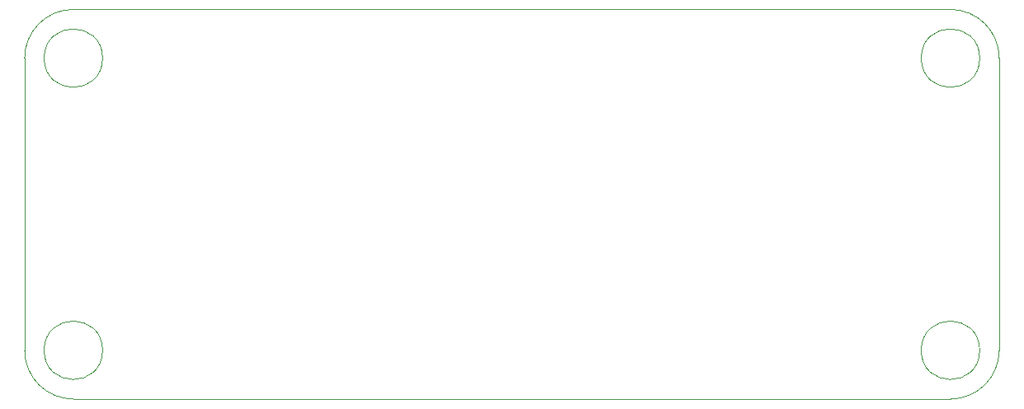
<source format=gbr>
%TF.GenerationSoftware,KiCad,Pcbnew,9.0.2*%
%TF.CreationDate,2025-06-20T13:08:06-04:00*%
%TF.ProjectId,proyecto_2_control,70726f79-6563-4746-9f5f-325f636f6e74,rev?*%
%TF.SameCoordinates,Original*%
%TF.FileFunction,Profile,NP*%
%FSLAX46Y46*%
G04 Gerber Fmt 4.6, Leading zero omitted, Abs format (unit mm)*
G04 Created by KiCad (PCBNEW 9.0.2) date 2025-06-20 13:08:06*
%MOMM*%
%LPD*%
G01*
G04 APERTURE LIST*
%TA.AperFunction,Profile*%
%ADD10C,0.050000*%
%TD*%
G04 APERTURE END LIST*
D10*
X48000000Y-65000000D02*
G75*
G02*
X42000000Y-65000000I-3000000J0D01*
G01*
X42000000Y-65000000D02*
G75*
G02*
X48000000Y-65000000I3000000J0D01*
G01*
X45000000Y-70000000D02*
G75*
G02*
X40000000Y-65000000I0J5000000D01*
G01*
X45000000Y-30000000D02*
X135000000Y-30000000D01*
X138000000Y-65000000D02*
G75*
G02*
X132000000Y-65000000I-3000000J0D01*
G01*
X132000000Y-65000000D02*
G75*
G02*
X138000000Y-65000000I3000000J0D01*
G01*
X40000000Y-65000000D02*
X40000000Y-35000000D01*
X135000000Y-30000000D02*
G75*
G02*
X140000000Y-35000000I0J-5000000D01*
G01*
X48000000Y-35000000D02*
G75*
G02*
X42000000Y-35000000I-3000000J0D01*
G01*
X42000000Y-35000000D02*
G75*
G02*
X48000000Y-35000000I3000000J0D01*
G01*
X140000000Y-35000000D02*
X140000000Y-65000000D01*
X138000000Y-35000000D02*
G75*
G02*
X132000000Y-35000000I-3000000J0D01*
G01*
X132000000Y-35000000D02*
G75*
G02*
X138000000Y-35000000I3000000J0D01*
G01*
X140000000Y-65000000D02*
G75*
G02*
X135000000Y-70000000I-5000000J0D01*
G01*
X135000000Y-70000000D02*
X45000000Y-70000000D01*
X40000000Y-35000000D02*
G75*
G02*
X45000000Y-30000000I5000000J0D01*
G01*
M02*

</source>
